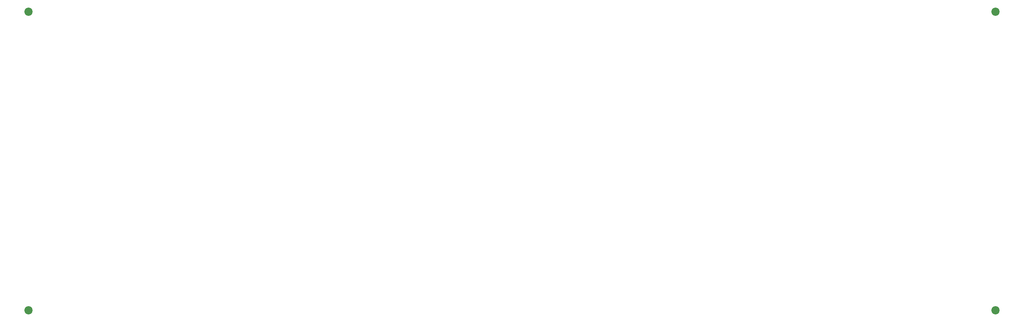
<source format=gbr>
%TF.GenerationSoftware,KiCad,Pcbnew,(7.0.0)*%
%TF.CreationDate,2023-09-11T13:22:16+02:00*%
%TF.ProjectId,kira plate,6b697261-2070-46c6-9174-652e6b696361,rev?*%
%TF.SameCoordinates,Original*%
%TF.FileFunction,Soldermask,Top*%
%TF.FilePolarity,Negative*%
%FSLAX46Y46*%
G04 Gerber Fmt 4.6, Leading zero omitted, Abs format (unit mm)*
G04 Created by KiCad (PCBNEW (7.0.0)) date 2023-09-11 13:22:16*
%MOMM*%
%LPD*%
G01*
G04 APERTURE LIST*
%ADD10C,2.200000*%
G04 APERTURE END LIST*
D10*
%TO.C,REF\u002A\u002A*%
X276908480Y-27229900D03*
%TD*%
%TO.C,REF\u002A\u002A*%
X276919507Y-107045980D03*
%TD*%
%TO.C,REF\u002A\u002A*%
X18407983Y-107063133D03*
%TD*%
%TO.C,REF\u002A\u002A*%
X18410627Y-27219066D03*
%TD*%
M02*

</source>
